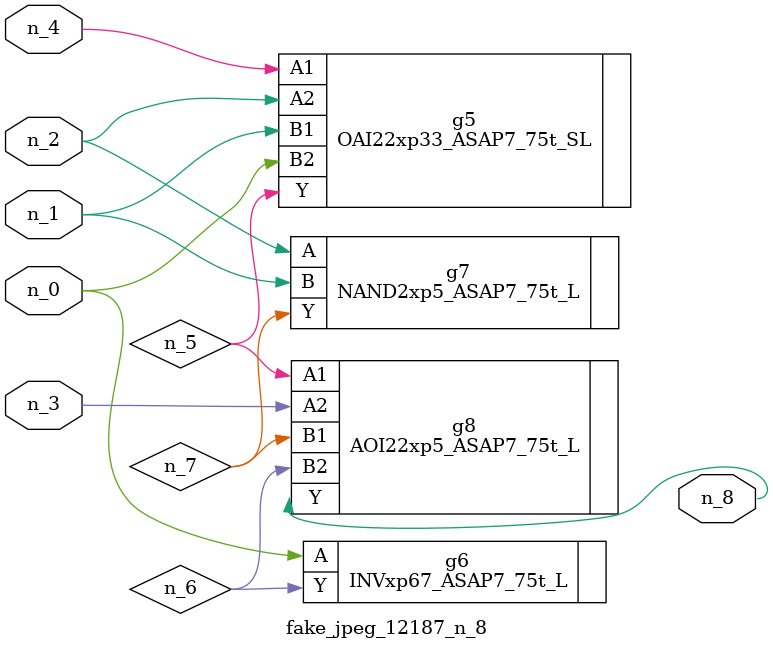
<source format=v>
module fake_jpeg_12187_n_8 (n_3, n_2, n_1, n_0, n_4, n_8);

input n_3;
input n_2;
input n_1;
input n_0;
input n_4;

output n_8;

wire n_6;
wire n_5;
wire n_7;

OAI22xp33_ASAP7_75t_SL g5 ( 
.A1(n_4),
.A2(n_2),
.B1(n_1),
.B2(n_0),
.Y(n_5)
);

INVxp67_ASAP7_75t_L g6 ( 
.A(n_0),
.Y(n_6)
);

NAND2xp5_ASAP7_75t_L g7 ( 
.A(n_2),
.B(n_1),
.Y(n_7)
);

AOI22xp5_ASAP7_75t_L g8 ( 
.A1(n_5),
.A2(n_3),
.B1(n_7),
.B2(n_6),
.Y(n_8)
);


endmodule
</source>
